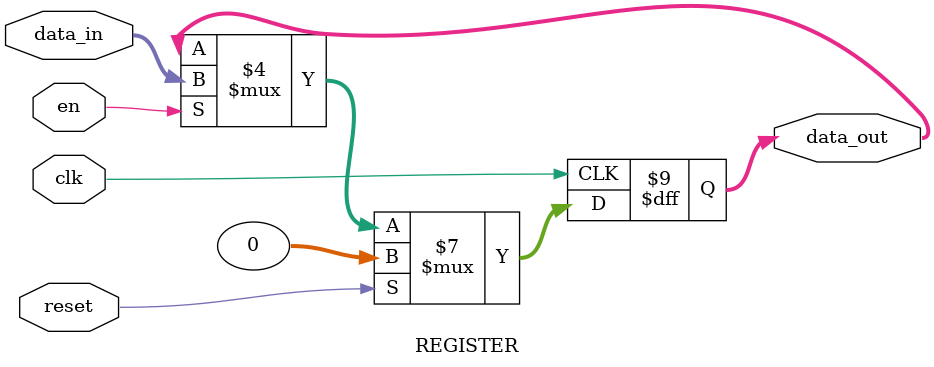
<source format=v>
`timescale 1ns / 1ps


module REGISTER
#(parameter DATA_WIDTH = 32)(clk,data_in,data_out,en,reset);
input clk,en,reset;
input [DATA_WIDTH-1:0]data_in;
output reg [DATA_WIDTH-1:0]data_out;

initial
    begin
        data_out <= 32'd0;
    end

always @(posedge clk)
    begin
        if(reset)
            data_out <= 32'd0;
        else if(en)
            data_out <=data_in;
        else 
            data_out <= data_out;
    end
endmodule

</source>
